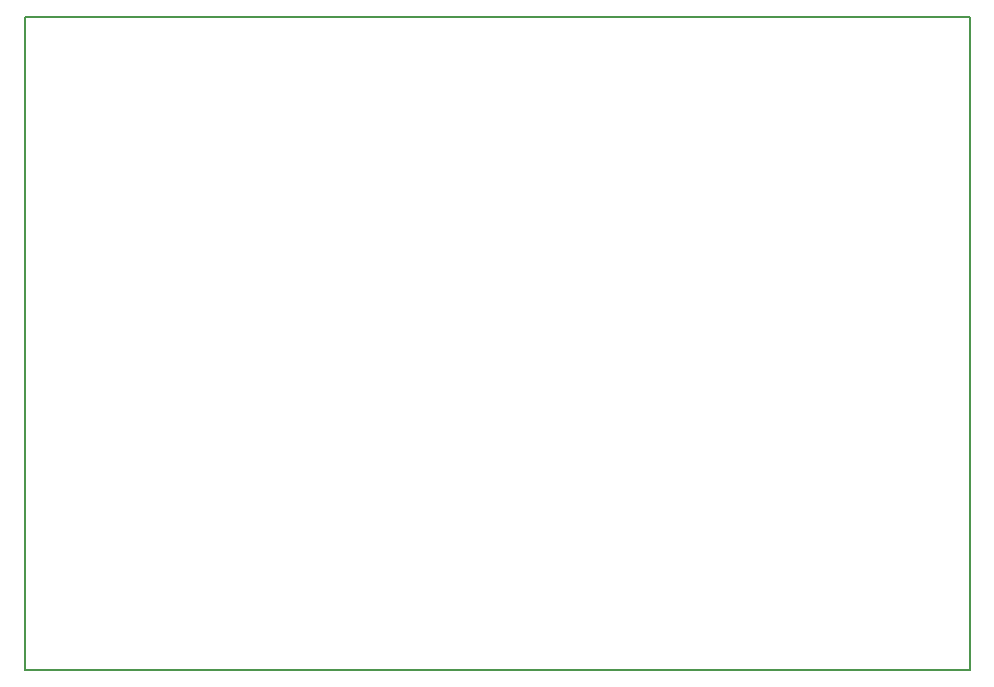
<source format=gbr>
G04 #@! TF.GenerationSoftware,KiCad,Pcbnew,(5.0.1-3-g963ef8bb5)*
G04 #@! TF.CreationDate,2019-10-11T12:22:28+03:00*
G04 #@! TF.ProjectId,thermocontrol,746865726D6F636F6E74726F6C2E6B69,rev?*
G04 #@! TF.SameCoordinates,Original*
G04 #@! TF.FileFunction,Profile,NP*
%FSLAX46Y46*%
G04 Gerber Fmt 4.6, Leading zero omitted, Abs format (unit mm)*
G04 Created by KiCad (PCBNEW (5.0.1-3-g963ef8bb5)) date 2019 October 11, Friday 12:22:28*
%MOMM*%
%LPD*%
G01*
G04 APERTURE LIST*
%ADD10C,0.150000*%
G04 APERTURE END LIST*
D10*
X238760000Y-24130000D02*
X158750000Y-24130000D01*
X238760000Y-79375000D02*
X238760000Y-24130000D01*
X158750000Y-79375000D02*
X238760000Y-79375000D01*
X158750000Y-24130000D02*
X158750000Y-79375000D01*
M02*

</source>
